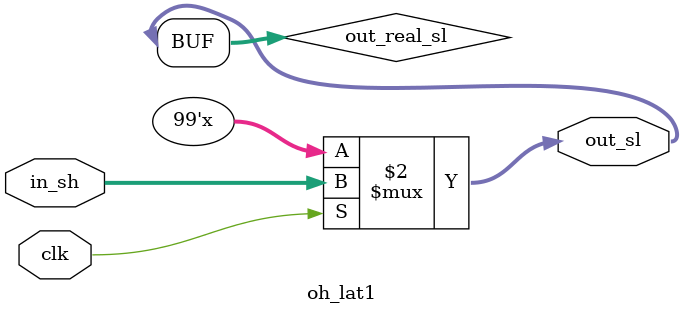
<source format=v>
module oh_lat1 (/*AUTOARG*/
   // Outputs
   out_sl,
   // Inputs
   in_sh, clk
   );

   parameter DW=99;

   input  [DW-1:0] in_sh; 
   input 	   clk;
   output [DW-1:0] out_sl;

   // # lat_clk is created in the following way:
   // #  1. clk_en -> lat0 -> clk_en_sh
   // #  2. lat_clk = clk_en_sh & clk 

   reg  [DW-1:0]    out_real_sl;
   wire [DW-1:0]    out_sl;

   /* verilator lint_off COMBDLY */
   // # Real lat1
   always @ (clk or in_sh)
     if (clk)
       out_real_sl[DW-1:0] <= in_sh[DW-1:0];
   /* verilator lint_on COMBDLY */

`ifdef DV_FAKELAT
   // # posedge FF
   reg [DW-1:0]    out_dv_sl;
   always @ (posedge clk)
     out_dv_sl[DW-1:0] <= in_sh[DW-1:0];
   assign out_sl[DW-1:0] = out_dv_sl[DW-1:0];

`else 
   assign out_sl[DW-1:0] = out_real_sl[DW-1:0];
`endif // !`ifdef CFG_FAKELAT

endmodule // lat1


</source>
